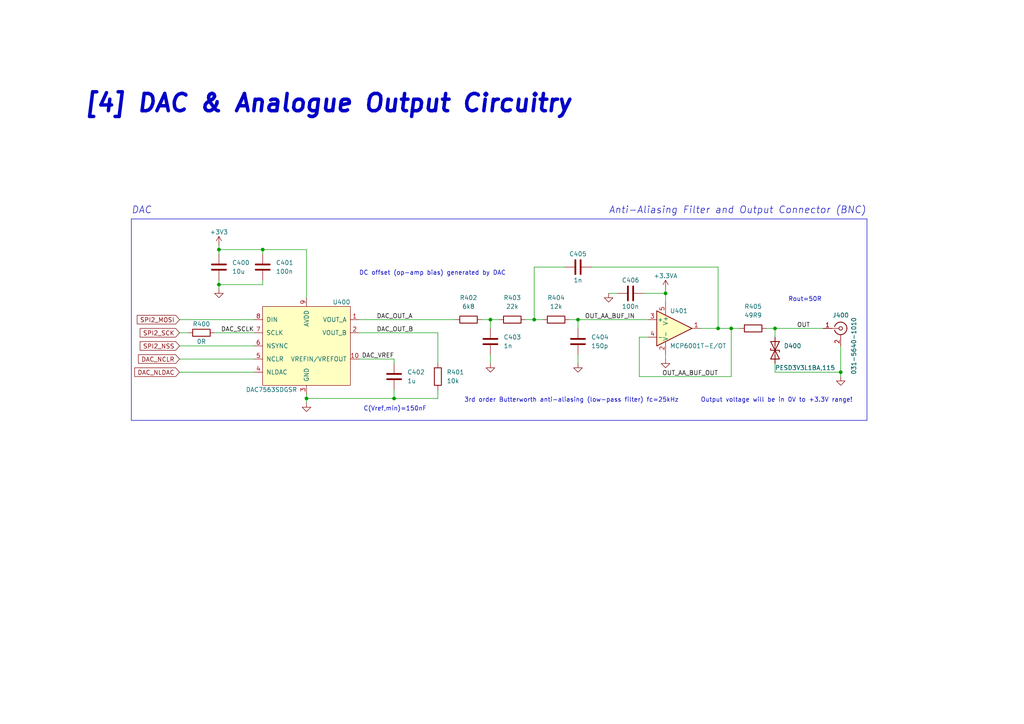
<source format=kicad_sch>
(kicad_sch (version 20230121) (generator eeschema)
  (paper "A4")
  (title_block (title "Mixed-Signal Demo PCB") (rev "0.1") (company "Phil's Lab"))
  (lib_symbols
    (symbol "Amplifier_Operational:MCP6001-OT" (pin_names (offset 0.127))
      (property "Reference" "U" (at -1.27 6.35 0))
      (property "Value" "MCP6001-OT" (at -1.27 3.81 0))
      (symbol "MCP6001-OT_0_1"
        (polyline (pts (xy -5.08 5.08) (xy 5.08 0) (xy -5.08 -5.08) (xy -5.08 5.08)) (stroke (width 0.254)) (fill (type background)))
        (pin power_in line (at -2.54 -7.62 90) (length 3.81) (name "V-") (number "2"))
        (pin power_in line (at -2.54 7.62 270) (length 3.81) (name "V+") (number "5"))
      )
      (symbol "MCP6001-OT_1_1"
        (pin output line (at 7.62 0 180) (length 2.54) (name "~") (number "1"))
        (pin input line (at -7.62 2.54 0) (length 2.54) (name "+") (number "3"))
        (pin input line (at -7.62 -2.54 0) (length 2.54) (name "-") (number "4"))
      )
    )
    (symbol "Connector:Conn_Coaxial" (pin_names (offset 1.016) hide)
      (property "Reference" "J" (at 0.254 3.048 0))
      (property "Value" "Conn_Coaxial" (at 2.921 0 90))
      (symbol "Conn_Coaxial_0_1"
        (arc (start -1.778 -0.508) (mid 0.2311 -1.8066) (end 1.778 0) (stroke (width 0.254)))
        (polyline (pts (xy -2.54 0) (xy -0.508 0)))
        (polyline (pts (xy 0 -2.54) (xy 0 -1.778)))
        (circle (center 0 0) (radius 0.508) (stroke (width 0.2032)))
        (arc (start 1.778 0) (mid 0.2099 1.8101) (end -1.778 0.508) (stroke (width 0.254)))
      )
      (symbol "Conn_Coaxial_1_1"
        (pin passive line (at -5.08 0 0) (length 2.54) (name "In") (number "1"))
        (pin passive line (at 0 -5.08 90) (length 2.54) (name "Ext") (number "2"))
      )
    )
    (symbol "Device:C" (pin_numbers hide) (pin_names (offset 0.254))
      (property "Reference" "C" (at 0.635 2.54 0))
      (property "Value" "C" (at 0.635 -2.54 0))
      (symbol "C_0_1"
        (polyline (pts (xy -2.032 -0.762) (xy 2.032 -0.762)) (stroke (width 0.508)))
        (polyline (pts (xy -2.032 0.762) (xy 2.032 0.762)) (stroke (width 0.508)))
      )
      (symbol "C_1_1"
        (pin passive line (at 0 3.81 270) (length 2.794) (name "~") (number "1"))
        (pin passive line (at 0 -3.81 90) (length 2.794) (name "~") (number "2"))
      )
    )
    (symbol "Device:D_TVS" (pin_numbers hide) (pin_names (offset 1.016) hide)
      (property "Reference" "D" (at 0 2.54 0))
      (property "Value" "D_TVS" (at 0 -2.54 0))
      (symbol "D_TVS_0_1"
        (polyline (pts (xy 1.27 0) (xy -1.27 0)))
        (polyline (pts (xy 0.508 1.27) (xy 0 1.27) (xy 0 -1.27) (xy -0.508 -1.27)) (stroke (width 0.254)))
        (polyline (pts (xy -2.54 1.27) (xy -2.54 -1.27) (xy 2.54 1.27) (xy 2.54 -1.27) (xy -2.54 1.27)) (stroke (width 0.254)))
      )
      (symbol "D_TVS_1_1"
        (pin passive line (at -3.81 0 0) (length 2.54) (name "A1") (number "1"))
        (pin passive line (at 3.81 0 180) (length 2.54) (name "A2") (number "2"))
      )
    )
    (symbol "Device:R" (pin_numbers hide) (pin_names (offset 0))
      (property "Reference" "R" (at 2.032 0 90))
      (property "Value" "R" (at 0 0 90))
      (symbol "R_0_1"
        (rectangle (start -1.016 -2.54) (end 1.016 2.54) (stroke (width 0.254)))
      )
      (symbol "R_1_1"
        (pin passive line (at 0 3.81 270) (length 1.27) (name "~") (number "1"))
        (pin passive line (at 0 -3.81 90) (length 1.27) (name "~") (number "2"))
      )
    )
    (symbol "PhilsLab-KiCad-Symbols:DAC7563SDGSR" (pin_names (offset 1.016))
      (property "Reference" "U" (at 11.43 12.7 0))
      (property "Value" "PhilsLab-KiCad-Symbols_DAC7563SDGSR" (at 8.89 -12.7 0))
      (symbol "DAC7563SDGSR_0_0"
        (pin output line (at -15.24 7.62 0) (length 2.54) (name "VOUT_A") (number "1"))
        (pin bidirectional line (at -15.24 -3.81 0) (length 2.54) (name "VREFIN/VREFOUT") (number "10"))
        (pin output line (at -15.24 3.81 0) (length 2.54) (name "VOUT_B") (number "2"))
        (pin power_in line (at 0 -13.97 90) (length 2.54) (name "GND") (number "3"))
        (pin input line (at 15.24 -7.62 180) (length 2.54) (name "NLDAC") (number "4"))
        (pin input line (at 15.24 -3.81 180) (length 2.54) (name "NCLR") (number "5"))
        (pin input line (at 15.24 0 180) (length 2.54) (name "NSYNC") (number "6"))
        (pin input line (at 15.24 3.81 180) (length 2.54) (name "SCLK") (number "7"))
        (pin input line (at 15.24 7.62 180) (length 2.54) (name "DIN") (number "8"))
        (pin power_in line (at 0 13.97 270) (length 2.54) (name "AVDD") (number "9"))
      )
      (symbol "DAC7563SDGSR_0_1"
        (rectangle (start -12.7 11.43) (end 12.7 -11.43) (fill (type background)))
      )
    )
    (symbol "power:+3.3VA" (power) (pin_names (offset 0))
      (property "Value" "+3.3VA" (at 0 3.556 0))
      (symbol "+3.3VA_0_1"
        (polyline (pts (xy -0.762 1.27) (xy 0 2.54)))
        (polyline (pts (xy 0 0) (xy 0 2.54)))
        (polyline (pts (xy 0 2.54) (xy 0.762 1.27)))
      )
      (symbol "+3.3VA_1_1"
        (pin power_in line (at 0 0 90) (length 0) hide (name "+3.3VA") (number "1"))
      )
    )
    (symbol "power:+3V3" (power) (pin_names (offset 0))
      (property "Value" "+3V3" (at 0 3.556 0))
      (symbol "+3V3_0_1"
        (polyline (pts (xy -0.762 1.27) (xy 0 2.54)))
        (polyline (pts (xy 0 0) (xy 0 2.54)))
        (polyline (pts (xy 0 2.54) (xy 0.762 1.27)))
      )
      (symbol "+3V3_1_1"
        (pin power_in line (at 0 0 90) (length 0) hide (name "+3V3") (number "1"))
      )
    )
    (symbol "power:GND" (power) (pin_names (offset 0))
      (property "Value" "GND" (at 0 -3.81 0))
      (symbol "GND_0_1"
        (polyline (pts (xy 0 0) (xy 0 -1.27) (xy 1.27 -1.27) (xy 0 -2.54) (xy -1.27 -1.27) (xy 0 -1.27)))
      )
      (symbol "GND_1_1"
        (pin power_in line (at 0 0 270) (length 0) hide (name "GND") (number "1"))
      )
    )
  )
  (junction (at 193.04 85.09))
  (junction (at 88.9 115.57))
  (junction (at 63.5 82.55))
  (junction (at 224.79 95.25))
  (junction (at 208.28 95.25))
  (junction (at 167.64 92.71))
  (junction (at 212.09 95.25))
  (junction (at 63.5 72.39))
  (junction (at 76.2 72.39))
  (junction (at 154.94 92.71))
  (junction (at 114.3 115.57))
  (junction (at 142.24 92.71))
  (junction (at 243.84 107.95))
  (wire (pts (xy 144.78 92.71) (xy 142.24 92.71)))
  (wire (pts (xy 187.96 97.79) (xy 185.42 97.79)))
  (wire (pts (xy 88.9 72.39) (xy 88.9 86.36)))
  (wire (pts (xy 142.24 95.25) (xy 142.24 92.71)))
  (wire (pts (xy 88.9 116.84) (xy 88.9 115.57)))
  (wire (pts (xy 114.3 115.57) (xy 114.3 113.03)))
  (wire (pts (xy 176.53 85.09) (xy 179.07 85.09)))
  (wire (pts (xy 185.42 97.79) (xy 185.42 109.22)))
  (wire (pts (xy 167.64 95.25) (xy 167.64 92.71)))
  (polyline (pts (xy 38.1 63.5) (xy 38.1 121.92)))
  (wire (pts (xy 185.42 109.22) (xy 212.09 109.22)))
  (wire (pts (xy 187.96 92.71) (xy 167.64 92.71)))
  (wire (pts (xy 76.2 72.39) (xy 88.9 72.39)))
  (wire (pts (xy 88.9 115.57) (xy 88.9 114.3)))
  (wire (pts (xy 222.25 95.25) (xy 224.79 95.25)))
  (wire (pts (xy 167.64 102.87) (xy 167.64 105.41)))
  (wire (pts (xy 52.07 92.71) (xy 73.66 92.71)))
  (wire (pts (xy 193.04 85.09) (xy 193.04 83.82)))
  (wire (pts (xy 224.79 107.95) (xy 224.79 105.41)))
  (wire (pts (xy 63.5 82.55) (xy 63.5 81.28)))
  (wire (pts (xy 186.69 85.09) (xy 193.04 85.09)))
  (wire (pts (xy 142.24 102.87) (xy 142.24 105.41)))
  (wire (pts (xy 63.5 83.82) (xy 63.5 82.55)))
  (wire (pts (xy 132.08 92.71) (xy 104.14 92.71)))
  (wire (pts (xy 52.07 104.14) (xy 73.66 104.14)))
  (wire (pts (xy 73.66 96.52) (xy 62.23 96.52)))
  (wire (pts (xy 114.3 115.57) (xy 127 115.57)))
  (wire (pts (xy 63.5 72.39) (xy 63.5 73.66)))
  (wire (pts (xy 88.9 115.57) (xy 114.3 115.57)))
  (wire (pts (xy 52.07 100.33) (xy 73.66 100.33)))
  (wire (pts (xy 52.07 107.95) (xy 73.66 107.95)))
  (wire (pts (xy 167.64 92.71) (xy 165.1 92.71)))
  (wire (pts (xy 208.28 95.25) (xy 203.2 95.25)))
  (wire (pts (xy 224.79 107.95) (xy 243.84 107.95)))
  (polyline (pts (xy 38.1 121.92) (xy 251.46 121.92)))
  (wire (pts (xy 212.09 95.25) (xy 208.28 95.25)))
  (wire (pts (xy 54.61 96.52) (xy 52.07 96.52)))
  (wire (pts (xy 154.94 77.47) (xy 163.83 77.47)))
  (wire (pts (xy 114.3 104.14) (xy 104.14 104.14)))
  (wire (pts (xy 154.94 92.71) (xy 154.94 77.47)))
  (wire (pts (xy 127 105.41) (xy 127 96.52)))
  (wire (pts (xy 214.63 95.25) (xy 212.09 95.25)))
  (wire (pts (xy 208.28 77.47) (xy 208.28 95.25)))
  (wire (pts (xy 127 96.52) (xy 104.14 96.52)))
  (wire (pts (xy 212.09 109.22) (xy 212.09 95.25)))
  (wire (pts (xy 171.45 77.47) (xy 208.28 77.47)))
  (polyline (pts (xy 251.46 121.92) (xy 251.46 63.5)))
  (wire (pts (xy 114.3 105.41) (xy 114.3 104.14)))
  (wire (pts (xy 127 115.57) (xy 127 113.03)))
  (wire (pts (xy 63.5 82.55) (xy 76.2 82.55)))
  (wire (pts (xy 157.48 92.71) (xy 154.94 92.71)))
  (wire (pts (xy 193.04 85.09) (xy 193.04 87.63)))
  (polyline (pts (xy 251.46 63.5) (xy 38.1 63.5)))
  (wire (pts (xy 193.04 104.14) (xy 193.04 102.87)))
  (wire (pts (xy 63.5 71.12) (xy 63.5 72.39)))
  (wire (pts (xy 63.5 72.39) (xy 76.2 72.39)))
  (wire (pts (xy 243.84 107.95) (xy 243.84 109.22)))
  (wire (pts (xy 224.79 95.25) (xy 238.76 95.25)))
  (wire (pts (xy 142.24 92.71) (xy 139.7 92.71)))
  (wire (pts (xy 224.79 97.79) (xy 224.79 95.25)))
  (wire (pts (xy 243.84 100.33) (xy 243.84 107.95)))
  (wire (pts (xy 154.94 92.71) (xy 152.4 92.71)))
  (wire (pts (xy 76.2 72.39) (xy 76.2 73.66)))
  (wire (pts (xy 76.2 82.55) (xy 76.2 81.28)))
  (text "[4] DAC & Analogue Output Circuitry" (at 24.13 33.02 0) (effects (font (size 5.0038 5.0038) (thickness 1.0008) bold italic) (justify left bottom)))
  (text "Anti-Aliasing Filter and Output Connector (BNC)" (at 176.53 62.23 0) (effects (font (size 2.0066 2.0066) italic) (justify left bottom)))
  (text "Rout=50R" (at 228.6 87.63 0) (effects (font (size 1.27 1.27)) (justify left bottom)))
  (text "Output voltage will be in 0V to +3.3V range!" (at 203.2 116.84 0) (effects (font (size 1.27 1.27)) (justify left bottom)))
  (text "DAC" (at 38.1 62.23 0) (effects (font (size 2.0066 2.0066) italic) (justify left bottom)))
  (text "C(Vref,min)=150nF" (at 105.41 119.38 0) (effects (font (size 1.27 1.27)) (justify left bottom)))
  (text "3rd order Butterworth anti-aliasing (low-pass filter) fc=25kHz" (at 134.62 116.84 0) (effects (font (size 1.27 1.27)) (justify left bottom)))
  (text "DC offset (op-amp bias) generated by DAC" (at 104.14 80.01 0) (effects (font (size 1.27 1.27)) (justify left bottom)))
  (label "DAC_OUT_A" (at 109.22 92.71 0))
  (label "DAC_OUT_B" (at 109.22 96.52 0))
  (label "OUT" (at 231.14 95.25 0))
  (label "DAC_VREF" (at 114.3 104.14 180))
  (label "OUT_AA_BUF_OUT" (at 208.28 109.22 180))
  (label "DAC_SCLK" (at 73.66 96.52 180))
  (label "OUT_AA_BUF_IN" (at 184.15 92.71 180))
  (global_label "DAC_NLDAC" (shape input) (at 52.07 107.95 180) (property "Intersheetrefs" "${INTERSHEET_REFS}" (effects hide)))
  (global_label "SPI2_SCK" (shape input) (at 52.07 96.52 180) (property "Intersheetrefs" "${INTERSHEET_REFS}" (effects hide)))
  (global_label "SPI2_MOSI" (shape input) (at 52.07 92.71 180) (property "Intersheetrefs" "${INTERSHEET_REFS}" (effects hide)))
  (global_label "DAC_NCLR" (shape input) (at 52.07 104.14 180) (property "Intersheetrefs" "${INTERSHEET_REFS}" (effects hide)))
  (global_label "SPI2_NSS" (shape input) (at 52.07 100.33 180) (property "Intersheetrefs" "${INTERSHEET_REFS}" (effects hide)))
  (symbol (lib_id "Device:R") (at 58.42 96.52 90) (mirror x) (unit 1)
    (property "Reference" "R400" (at 58.42 93.98 90))
    (property "Value" "0R" (at 58.42 99.06 90))
    (property "Footprint" "Resistor_SMD:R_0402_1005Metric" (effects hide))
  )
  (symbol (lib_id "power:+3V3") (at 63.5 71.12 0) (mirror y) (unit 1)
    (property "Reference" "#PWR060" (effects hide))
    (property "Value" "+3V3" (at 63.5 67.31 0))
  )
  (symbol (lib_id "power:GND") (at 88.9 116.84 0) (mirror y) (unit 1)
    (property "Reference" "#PWR068" (effects hide))
    (property "Value" "GND" (effects hide))
  )
  (symbol (lib_id "Device:C") (at 114.3 109.22 0) (unit 1)
    (property "Reference" "C402" (at 118.11 107.95 0) (effects (justify left)))
    (property "Value" "1u" (at 118.11 110.49 0) (effects (justify left)))
    (property "Footprint" "Capacitor_SMD:C_0603_1608Metric" (effects hide))
  )
  (symbol (lib_id "Device:C") (at 63.5 77.47 0) (unit 1)
    (property "Reference" "C400" (at 67.31 76.2 0) (effects (justify left)))
    (property "Value" "10u" (at 67.31 78.74 0) (effects (justify left)))
    (property "Footprint" "Capacitor_SMD:C_0603_1608Metric" (effects hide))
  )
  (symbol (lib_id "PhilsLab-KiCad-Symbols:DAC7563SDGSR") (at 88.9 100.33 0) (mirror y) (unit 1)
    (property "Reference" "U400" (at 99.06 87.63 0))
    (property "Value" "DAC7563SDGSR" (at 78.74 113.03 0))
    (property "Footprint" "SOP50P490X110:SOP50P490X110-10N" (effects hide))
    (property "Sim.Enable" "0" (effects hide))
  )
  (symbol (lib_id "Device:C") (at 76.2 77.47 0) (unit 1)
    (property "Reference" "C401" (at 80.01 76.2 0) (effects (justify left)))
    (property "Value" "100n" (at 80.01 78.74 0) (effects (justify left)))
    (property "Footprint" "Capacitor_SMD:C_0402_1005Metric" (effects hide))
  )
  (symbol (lib_id "power:GND") (at 63.5 83.82 0) (mirror y) (unit 1)
    (property "Reference" "#PWR061" (effects hide))
    (property "Value" "GND" (effects hide))
  )
  (symbol (lib_id "Device:R") (at 127 109.22 0) (unit 1)
    (property "Reference" "R401" (at 129.54 107.95 0) (effects (justify left)))
    (property "Value" "10k" (at 129.54 110.49 0) (effects (justify left)))
    (property "Footprint" "Resistor_SMD:R_0402_1005Metric" (effects hide))
  )
  (symbol (lib_id "Amplifier_Operational:MCP6001-OT") (at 195.58 95.25 0) (unit 1)
    (property "Reference" "U401" (at 194.31 90.17 0) (effects (justify left)))
    (property "Value" "MCP6001T-E/OT" (at 194.31 100.33 0) (effects (justify left)))
    (property "Footprint" "Package_TO_SOT_SMD:SOT-23-5" (effects hide))
    (property "Datasheet" "http://ww1.microchip.com/downloads/en/DeviceDoc/21733j.pdf" (effects hide))
  )
  (symbol (lib_id "Device:C") (at 182.88 85.09 270) (unit 1)
    (property "Reference" "C406" (at 180.34 81.28 90) (effects (justify left)))
    (property "Value" "100n" (at 180.34 88.9 90) (effects (justify left)))
    (property "Footprint" "Capacitor_SMD:C_0402_1005Metric" (effects hide))
  )
  (symbol (lib_id "power:GND") (at 193.04 104.14 0) (unit 1)
    (property "Reference" "#PWR064" (effects hide))
    (property "Value" "GND" (effects hide))
  )
  (symbol (lib_id "power:GND") (at 176.53 85.09 0) (unit 1)
    (property "Reference" "#PWR063" (effects hide))
    (property "Value" "GND" (effects hide))
  )
  (symbol (lib_id "Device:R") (at 135.89 92.71 270) (unit 1)
    (property "Reference" "R402" (at 135.89 86.36 90))
    (property "Value" "6k8" (at 135.89 88.9 90))
    (property "Footprint" "Resistor_SMD:R_0402_1005Metric" (effects hide))
  )
  (symbol (lib_id "Device:C") (at 142.24 99.06 0) (unit 1)
    (property "Reference" "C403" (at 146.05 97.79 0) (effects (justify left)))
    (property "Value" "1n" (at 146.05 100.33 0) (effects (justify left)))
    (property "Footprint" "Capacitor_SMD:C_0402_1005Metric" (effects hide))
  )
  (symbol (lib_id "Device:R") (at 148.59 92.71 270) (unit 1)
    (property "Reference" "R403" (at 148.59 86.36 90))
    (property "Value" "22k" (at 148.59 88.9 90))
    (property "Footprint" "Resistor_SMD:R_0402_1005Metric" (effects hide))
  )
  (symbol (lib_id "power:GND") (at 142.24 105.41 0) (unit 1)
    (property "Reference" "#PWR065" (effects hide))
    (property "Value" "GND" (effects hide))
  )
  (symbol (lib_id "Device:R") (at 161.29 92.71 270) (unit 1)
    (property "Reference" "R404" (at 161.29 86.36 90))
    (property "Value" "12k" (at 161.29 88.9 90))
    (property "Footprint" "Resistor_SMD:R_0402_1005Metric" (effects hide))
  )
  (symbol (lib_id "Device:C") (at 167.64 99.06 0) (unit 1)
    (property "Reference" "C404" (at 171.45 97.79 0) (effects (justify left)))
    (property "Value" "150p" (at 171.45 100.33 0) (effects (justify left)))
    (property "Footprint" "Capacitor_SMD:C_0402_1005Metric" (effects hide))
  )
  (symbol (lib_id "Device:R") (at 218.44 95.25 270) (unit 1)
    (property "Reference" "R405" (at 218.44 88.9 90))
    (property "Value" "49R9" (at 218.44 91.44 90))
    (property "Footprint" "Resistor_SMD:R_0402_1005Metric" (effects hide))
  )
  (symbol (lib_id "power:GND") (at 167.64 105.41 0) (unit 1)
    (property "Reference" "#PWR066" (effects hide))
    (property "Value" "GND" (effects hide))
  )
  (symbol (lib_id "power:+3.3VA") (at 193.04 83.82 0) (unit 1)
    (property "Reference" "#PWR062" (effects hide))
    (property "Value" "+3.3VA" (at 193.04 80.01 0))
  )
  (symbol (lib_id "Device:D_TVS") (at 224.79 101.6 270) (unit 1)
    (property "Reference" "D400" (at 227.33 100.33 90) (effects (justify left)))
    (property "Value" "PESD3V3L1BA,115" (at 224.79 106.68 90) (effects (justify left)))
    (property "Footprint" "Diode_SMD:D_SOD-323" (effects hide))
  )
  (symbol (lib_id "Connector:Conn_Coaxial") (at 243.84 95.25 0) (unit 1)
    (property "Reference" "J400" (at 243.84 91.44 0))
    (property "Value" "031-5640-1010" (at 247.65 100.33 90))
    (property "Footprint" "abenstirling_kicad:031-5640-1010" (effects hide))
    (property "Datasheet" " ~" (effects hide))
  )
  (symbol (lib_id "power:GND") (at 243.84 109.22 0) (unit 1)
    (property "Reference" "#PWR067" (effects hide))
    (property "Value" "GND" (effects hide))
  )
  (symbol (lib_id "Device:C") (at 167.64 77.47 90) (unit 1)
    (property "Reference" "C405" (at 170.18 73.66 90) (effects (justify left)))
    (property "Value" "1n" (at 168.91 81.28 90) (effects (justify left)))
    (property "Footprint" "Capacitor_SMD:C_0402_1005Metric" (effects hide))
  )
)
</source>
